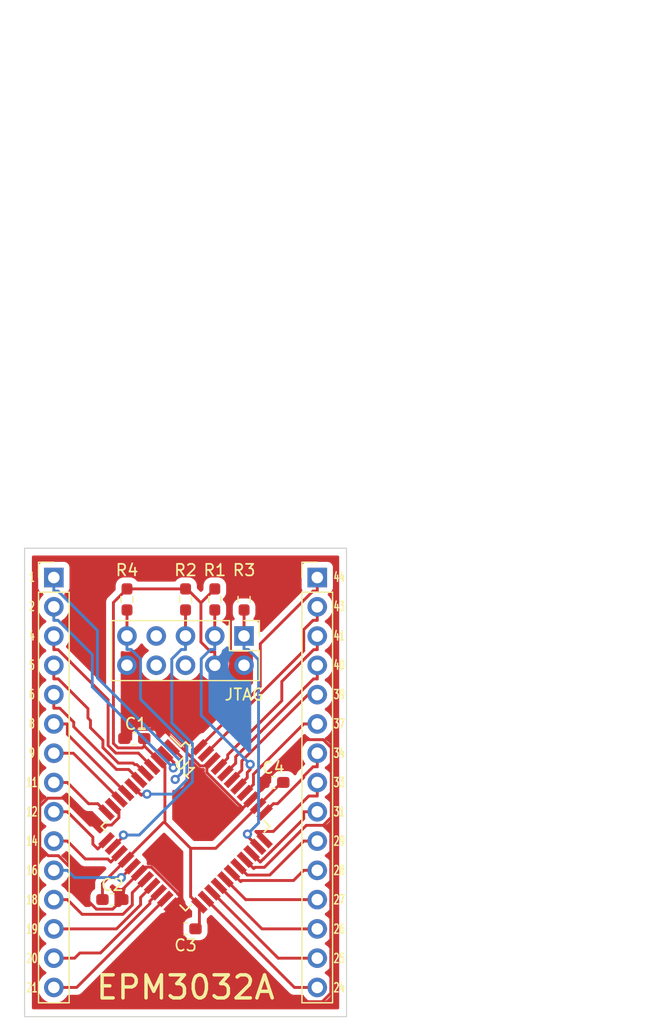
<source format=kicad_pcb>
(kicad_pcb (version 20211014) (generator pcbnew)
  (layers (0 "F.Cu" signal) (31 "B.Cu" signal) (34 "B.Paste" user) (35 "F.Paste" user) (36 "B.SilkS" user "B.Silkscreen") (37 "F.SilkS" user "F.Silkscreen") (38 "B.Mask" user) (39 "F.Mask" user) (44 "Edge.Cuts" user))
  (net 0 "")
  (net 1 "VCC")
  (net 2 "GND")
  (net 3 "/TCK")
  (net 4 "/TDO")
  (net 5 "/TMS")
  (net 9 "/TDI")
  (net 10 "/P1")
  (net 11 "/P2")
  (net 12 "/P4")
  (net 13 "/P5")
  (net 14 "/P6")
  (net 15 "/P8")
  (net 16 "/P9")
  (net 17 "/P11")
  (net 18 "/P12")
  (net 19 "/P14")
  (net 20 "/P16")
  (net 21 "/P18")
  (net 22 "/P19")
  (net 23 "/P20")
  (net 24 "/P21")
  (net 25 "/P44")
  (net 26 "/P43")
  (net 27 "/P41")
  (net 28 "/P40")
  (net 29 "/P39")
  (net 30 "/P37")
  (net 31 "/P34")
  (net 32 "/P33")
  (net 33 "/P31")
  (net 34 "/P29")
  (net 35 "/P28")
  (net 36 "/P27")
  (net 37 "/P26")
  (net 38 "/P25")
  (net 39 "/P24")
  (footprint "Capacitor_SMD:C_0603_1608Metric_Pad1.08x0.95mm_HandSolder" (layer "F.Cu") (at 119.38 104.14 180)
    (fp_text reference "C3" (at 0 -1.43) (layer "F.SilkS"))
    (fp_text value "0.1u")
    (fp_line (start -0.146267 0.51) (end 0.146267 0.51) (layer "F.SilkS") (width 0.12))
    (fp_line (start -0.146267 -0.51) (end 0.146267 -0.51) (layer "F.SilkS") (width 0.12))
    (pad "1" smd roundrect (at -0.8625 0 180) (size 1.075 0.95) (layers "F.Cu" "F.Paste" "F.Mask") (net 1 "VCC"))
    (pad "2" smd roundrect (at 0.8625 0 180) (size 1.075 0.95) (layers "F.Cu" "F.Paste" "F.Mask") (net 2 "GND"))
  )
  (footprint "Connector_PinHeader_2.54mm:PinHeader_2x05_P2.54mm_Vertical" (layer "F.Cu") (at 124.455 78.735 -90)
    (fp_text reference "J1" hide)
    (fp_text value "JTAG")
    (fp_line (start -1.33 0) (end -1.33 -1.33) (layer "F.SilkS") (width 0.12))
    (fp_line (start 1.27 -1.33) (end 3.87 -1.33) (layer "F.SilkS") (width 0.12))
    (fp_line (start -1.33 1.27) (end 1.27 1.27) (layer "F.SilkS") (width 0.12))
    (fp_line (start 1.27 1.27) (end 1.27 -1.33) (layer "F.SilkS") (width 0.12))
    (fp_line (start -1.33 11.49) (end 3.87 11.49) (layer "F.SilkS") (width 0.12))
    (fp_line (start 3.87 -1.33) (end 3.87 11.49) (layer "F.SilkS") (width 0.12))
    (fp_line (start -1.33 -1.33) (end 0 -1.33) (layer "F.SilkS") (width 0.12))
    (fp_line (start -1.33 1.27) (end -1.33 11.49) (layer "F.SilkS") (width 0.12))
    (pad "1" thru_hole rect (at 0 0 270) (size 1.7 1.7) (drill 1) (layers *.Cu *.Mask) (net 3 "/TCK"))
    (pad "2" thru_hole oval (at 2.54 0 270) (size 1.7 1.7) (drill 1) (layers *.Cu *.Mask) (net 2 "GND"))
    (pad "3" thru_hole oval (at 0 2.54 270) (size 1.7 1.7) (drill 1) (layers *.Cu *.Mask) (net 4 "/TDO"))
    (pad "4" thru_hole oval (at 2.54 2.54 270) (size 1.7 1.7) (drill 1) (layers *.Cu *.Mask) (net 1 "VCC"))
    (pad "5" thru_hole oval (at 0 5.08 270) (size 1.7 1.7) (drill 1) (layers *.Cu *.Mask) (net 5 "/TMS"))
    (pad "6" thru_hole oval (at 2.54 5.08 270) (size 1.7 1.7) (drill 1) (layers *.Cu *.Mask))
    (pad "7" thru_hole oval (at 0 7.62 270) (size 1.7 1.7) (drill 1) (layers *.Cu *.Mask))
    (pad "8" thru_hole oval (at 2.54 7.62 270) (size 1.7 1.7) (drill 1) (layers *.Cu *.Mask))
    (pad "9" thru_hole oval (at 0 10.16 270) (size 1.7 1.7) (drill 1) (layers *.Cu *.Mask) (net 9 "/TDI"))
    (pad "10" thru_hole oval (at 2.54 10.16 270) (size 1.7 1.7) (drill 1) (layers *.Cu *.Mask) (net 2 "GND"))
  )
  (footprint "Capacitor_SMD:C_0603_1608Metric_Pad1.08x0.95mm_HandSolder" (layer "F.Cu") (at 127 91.44 180)
    (fp_text reference "C4" (at 0 1.27) (layer "F.SilkS"))
    (fp_text value "0.1u")
    (fp_line (start -0.146267 0.51) (end 0.146267 0.51) (layer "F.SilkS") (width 0.12))
    (fp_line (start -0.146267 -0.51) (end 0.146267 -0.51) (layer "F.SilkS") (width 0.12))
    (pad "1" smd roundrect (at -0.8625 0 180) (size 1.075 0.95) (layers "F.Cu" "F.Paste" "F.Mask") (net 1 "VCC"))
    (pad "2" smd roundrect (at 0.8625 0 180) (size 1.075 0.95) (layers "F.Cu" "F.Paste" "F.Mask") (net 2 "GND"))
  )
  (footprint "Resistor_SMD:R_0603_1608Metric_Pad0.98x0.95mm_HandSolder" (layer "F.Cu") (at 119.38 75.565 90)
    (fp_text reference "R2" (at 2.54 0 180) (layer "F.SilkS"))
    (fp_text value "1K")
    (fp_line (start -0.254724 -0.5225) (end 0.254724 -0.5225) (layer "F.SilkS") (width 0.12))
    (fp_line (start -0.254724 0.5225) (end 0.254724 0.5225) (layer "F.SilkS") (width 0.12))
    (pad "1" smd roundrect (at -0.9125 0 90) (size 0.975 0.95) (layers "F.Cu" "F.Paste" "F.Mask") (net 5 "/TMS"))
    (pad "2" smd roundrect (at 0.9125 0 90) (size 0.975 0.95) (layers "F.Cu" "F.Paste" "F.Mask") (net 1 "VCC"))
  )
  (footprint "Connector_PinHeader_2.54mm:PinHeader_1x15_P2.54mm_Vertical" (layer "F.Cu") (at 107.95 73.665)
    (fp_text reference "J2" hide)
    (fp_text value "Conn_01x15")
    (fp_line (start -1.33 1.27) (end -1.33 36.89) (layer "F.SilkS") (width 0.12))
    (fp_line (start 1.33 1.27) (end 1.33 36.89) (layer "F.SilkS") (width 0.12))
    (fp_line (start -1.33 -1.33) (end 0 -1.33) (layer "F.SilkS") (width 0.12))
    (fp_line (start -1.33 1.27) (end 1.33 1.27) (layer "F.SilkS") (width 0.12))
    (fp_line (start -1.33 36.89) (end 1.33 36.89) (layer "F.SilkS") (width 0.12))
    (fp_line (start -1.33 0) (end -1.33 -1.33) (layer "F.SilkS") (width 0.12))
    (pad "1" thru_hole rect (at 0 0) (size 1.7 1.7) (drill 1) (layers *.Cu *.Mask) (net 10 "/P1"))
    (pad "2" thru_hole oval (at 0 2.54) (size 1.7 1.7) (drill 1) (layers *.Cu *.Mask) (net 11 "/P2"))
    (pad "3" thru_hole oval (at 0 5.08) (size 1.7 1.7) (drill 1) (layers *.Cu *.Mask) (net 12 "/P4"))
    (pad "4" thru_hole oval (at 0 7.62) (size 1.7 1.7) (drill 1) (layers *.Cu *.Mask) (net 13 "/P5"))
    (pad "5" thru_hole oval (at 0 10.16) (size 1.7 1.7) (drill 1) (layers *.Cu *.Mask) (net 14 "/P6"))
    (pad "6" thru_hole oval (at 0 12.7) (size 1.7 1.7) (drill 1) (layers *.Cu *.Mask) (net 15 "/P8"))
    (pad "7" thru_hole oval (at 0 15.24) (size 1.7 1.7) (drill 1) (layers *.Cu *.Mask) (net 16 "/P9"))
    (pad "8" thru_hole oval (at 0 17.78) (size 1.7 1.7) (drill 1) (layers *.Cu *.Mask) (net 17 "/P11"))
    (pad "9" thru_hole oval (at 0 20.32) (size 1.7 1.7) (drill 1) (layers *.Cu *.Mask) (net 18 "/P12"))
    (pad "10" thru_hole oval (at 0 22.86) (size 1.7 1.7) (drill 1) (layers *.Cu *.Mask) (net 19 "/P14"))
    (pad "11" thru_hole oval (at 0 25.4) (size 1.7 1.7) (drill 1) (layers *.Cu *.Mask) (net 20 "/P16"))
    (pad "12" thru_hole oval (at 0 27.94) (size 1.7 1.7) (drill 1) (layers *.Cu *.Mask) (net 21 "/P18"))
    (pad "13" thru_hole oval (at 0 30.48) (size 1.7 1.7) (drill 1) (layers *.Cu *.Mask) (net 22 "/P19"))
    (pad "14" thru_hole oval (at 0 33.02) (size 1.7 1.7) (drill 1) (layers *.Cu *.Mask) (net 23 "/P20"))
    (pad "15" thru_hole oval (at 0 35.56) (size 1.7 1.7) (drill 1) (layers *.Cu *.Mask) (net 24 "/P21"))
  )
  (footprint "Capacitor_SMD:C_0603_1608Metric_Pad1.08x0.95mm_HandSolder" (layer "F.Cu") (at 113.03 101.6)
    (fp_text reference "C2" (at 0 -1.27) (layer "F.SilkS"))
    (fp_text value "0.1u")
    (fp_line (start -0.146267 -0.51) (end 0.146267 -0.51) (layer "F.SilkS") (width 0.12))
    (fp_line (start -0.146267 0.51) (end 0.146267 0.51) (layer "F.SilkS") (width 0.12))
    (pad "1" smd roundrect (at -0.8625 0) (size 1.075 0.95) (layers "F.Cu" "F.Paste" "F.Mask") (net 1 "VCC"))
    (pad "2" smd roundrect (at 0.8625 0) (size 1.075 0.95) (layers "F.Cu" "F.Paste" "F.Mask") (net 2 "GND"))
  )
  (footprint "Connector_PinHeader_2.54mm:PinHeader_1x15_P2.54mm_Vertical" (layer "F.Cu") (at 130.81 73.665)
    (fp_text reference "J3" hide)
    (fp_text value "Conn_01x15")
    (fp_line (start -1.33 0) (end -1.33 -1.33) (layer "F.SilkS") (width 0.12))
    (fp_line (start -1.33 1.27) (end 1.33 1.27) (layer "F.SilkS") (width 0.12))
    (fp_line (start -1.33 1.27) (end -1.33 36.89) (layer "F.SilkS") (width 0.12))
    (fp_line (start 1.33 1.27) (end 1.33 36.89) (layer "F.SilkS") (width 0.12))
    (fp_line (start -1.33 -1.33) (end 0 -1.33) (layer "F.SilkS") (width 0.12))
    (fp_line (start -1.33 36.89) (end 1.33 36.89) (layer "F.SilkS") (width 0.12))
    (pad "1" thru_hole rect (at 0 0) (size 1.7 1.7) (drill 1) (layers *.Cu *.Mask) (net 25 "/P44"))
    (pad "2" thru_hole oval (at 0 2.54) (size 1.7 1.7) (drill 1) (layers *.Cu *.Mask) (net 26 "/P43"))
    (pad "3" thru_hole oval (at 0 5.08) (size 1.7 1.7) (drill 1) (layers *.Cu *.Mask) (net 27 "/P41"))
    (pad "4" thru_hole oval (at 0 7.62) (size 1.7 1.7) (drill 1) (layers *.Cu *.Mask) (net 28 "/P40"))
    (pad "5" thru_hole oval (at 0 10.16) (size 1.7 1.7) (drill 1) (layers *.Cu *.Mask) (net 29 "/P39"))
    (pad "6" thru_hole oval (at 0 12.7) (size 1.7 1.7) (drill 1) (layers *.Cu *.Mask) (net 30 "/P37"))
    (pad "7" thru_hole oval (at 0 15.24) (size 1.7 1.7) (drill 1) (layers *.Cu *.Mask) (net 31 "/P34"))
    (pad "8" thru_hole oval (at 0 17.78) (size 1.7 1.7) (drill 1) (layers *.Cu *.Mask) (net 32 "/P33"))
    (pad "9" thru_hole oval (at 0 20.32) (size 1.7 1.7) (drill 1) (layers *.Cu *.Mask) (net 33 "/P31"))
    (pad "10" thru_hole oval (at 0 22.86) (size 1.7 1.7) (drill 1) (layers *.Cu *.Mask) (net 34 "/P29"))
    (pad "11" thru_hole oval (at 0 25.4) (size 1.7 1.7) (drill 1) (layers *.Cu *.Mask) (net 35 "/P28"))
    (pad "12" thru_hole oval (at 0 27.94) (size 1.7 1.7) (drill 1) (layers *.Cu *.Mask) (net 36 "/P27"))
    (pad "13" thru_hole oval (at 0 30.48) (size 1.7 1.7) (drill 1) (layers *.Cu *.Mask) (net 37 "/P26"))
    (pad "14" thru_hole oval (at 0 33.02) (size 1.7 1.7) (drill 1) (layers *.Cu *.Mask) (net 38 "/P25"))
    (pad "15" thru_hole oval (at 0 35.56) (size 1.7 1.7) (drill 1) (layers *.Cu *.Mask) (net 39 "/P24"))
  )
  (footprint "Resistor_SMD:R_0603_1608Metric_Pad0.98x0.95mm_HandSolder" (layer "F.Cu") (at 114.3 75.565 90)
    (fp_text reference "R4" (at 2.54 0 180) (layer "F.SilkS"))
    (fp_text value "1K")
    (fp_line (start -0.254724 0.5225) (end 0.254724 0.5225) (layer "F.SilkS") (width 0.12))
    (fp_line (start -0.254724 -0.5225) (end 0.254724 -0.5225) (layer "F.SilkS") (width 0.12))
    (pad "1" smd roundrect (at -0.9125 0 90) (size 0.975 0.95) (layers "F.Cu" "F.Paste" "F.Mask") (net 9 "/TDI"))
    (pad "2" smd roundrect (at 0.9125 0 90) (size 0.975 0.95) (layers "F.Cu" "F.Paste" "F.Mask") (net 1 "VCC"))
  )
  (footprint "Resistor_SMD:R_0603_1608Metric_Pad0.98x0.95mm_HandSolder" (layer "F.Cu") (at 124.46 75.565 -90)
    (fp_text reference "R3" (at -2.54 0 180) (layer "F.SilkS"))
    (fp_text value "1K")
    (fp_line (start -0.254724 0.5225) (end 0.254724 0.5225) (layer "F.SilkS") (width 0.12))
    (fp_line (start -0.254724 -0.5225) (end 0.254724 -0.5225) (layer "F.SilkS") (width 0.12))
    (pad "1" smd roundrect (at -0.9125 0 270) (size 0.975 0.95) (layers "F.Cu" "F.Paste" "F.Mask") (net 2 "GND"))
    (pad "2" smd roundrect (at 0.9125 0 270) (size 0.975 0.95) (layers "F.Cu" "F.Paste" "F.Mask") (net 3 "/TCK"))
  )
  (footprint "Capacitor_SMD:C_0603_1608Metric_Pad1.08x0.95mm_HandSolder" (layer "F.Cu") (at 114.935 87.63 180)
    (fp_text reference "C1" (at -0.146267 1.27) (layer "F.SilkS"))
    (fp_text value "0.1u")
    (fp_line (start -0.146267 0.51) (end 0.146267 0.51) (layer "F.SilkS") (width 0.12))
    (fp_line (start -0.146267 -0.51) (end 0.146267 -0.51) (layer "F.SilkS") (width 0.12))
    (pad "1" smd roundrect (at -0.8625 0 180) (size 1.075 0.95) (layers "F.Cu" "F.Paste" "F.Mask") (net 1 "VCC"))
    (pad "2" smd roundrect (at 0.8625 0 180) (size 1.075 0.95) (layers "F.Cu" "F.Paste" "F.Mask") (net 2 "GND"))
  )
  (footprint "Resistor_SMD:R_0603_1608Metric_Pad0.98x0.95mm_HandSolder" (layer "F.Cu") (at 121.92 75.565 90)
    (fp_text reference "R1" (at 2.54 0 180) (layer "F.SilkS"))
    (fp_text value "1K")
    (fp_line (start -0.254724 0.5225) (end 0.254724 0.5225) (layer "F.SilkS") (width 0.12))
    (fp_line (start -0.254724 -0.5225) (end 0.254724 -0.5225) (layer "F.SilkS") (width 0.12))
    (pad "1" smd roundrect (at -0.9125 0 90) (size 0.975 0.95) (layers "F.Cu" "F.Paste" "F.Mask") (net 4 "/TDO"))
    (pad "2" smd roundrect (at 0.9125 0 90) (size 0.975 0.95) (layers "F.Cu" "F.Paste" "F.Mask") (net 1 "VCC"))
  )
  (footprint "Package_QFP:TQFP-44_10x10mm_P0.8mm" (layer "F.Cu") (at 119.38 95.25 -45)
    (fp_text reference "U1" (at -3.592102 -3.592102 -45 unlocked) (layer "F.SilkS"))
    (fp_text value "EPM3032A")
    (fp_line (start 5.175 -5.175) (end 4.5 -5.175) (layer "F.SilkS") (width 0.15))
    (fp_line (start -5.175 5.175) (end -4.5 5.175) (layer "F.SilkS") (width 0.15))
    (fp_line (start -5.175 -5.175) (end -4.5 -5.175) (layer "F.SilkS") (width 0.15))
    (fp_line (start 5.175 5.175) (end 4.5 5.175) (layer "F.SilkS") (width 0.15))
    (fp_line (start -5.175 -4.6) (end -6.45 -4.6) (layer "F.SilkS") (width 0.15))
    (fp_line (start -5.175 5.175) (end -5.175 4.5) (layer "F.SilkS") (width 0.15))
    (fp_line (start 5.175 -5.175) (end 5.175 -4.5) (layer "F.SilkS") (width 0.15))
    (fp_line (start 5.175 5.175) (end 5.175 4.5) (layer "F.SilkS") (width 0.15))
    (fp_line (start -5.175 -5.175) (end -5.175 -4.6) (layer "F.SilkS") (width 0.15))
    (pad "1" smd rect (at -5.7 -4 315) (size 1.5 0.55) (layers "F.Cu" "F.Paste" "F.Mask") (net 10 "/P1"))
    (pad "2" smd rect (at -5.7 -3.2 315) (size 1.5 0.55) (layers "F.Cu" "F.Paste" "F.Mask") (net 11 "/P2"))
    (pad "3" smd rect (at -5.7 -2.4 315) (size 1.5 0.55) (layers "F.Cu" "F.Paste" "F.Mask") (net 1 "VCC"))
    (pad "4" smd rect (at -5.7 -1.6 315) (size 1.5 0.55) (layers "F.Cu" "F.Paste" "F.Mask") (net 12 "/P4"))
    (pad "5" smd rect (at -5.7 -0.8 315) (size 1.5 0.55) (layers "F.Cu" "F.Paste" "F.Mask") (net 13 "/P5"))
    (pad "6" smd rect (at -5.7 0 315) (size 1.5 0.55) (layers "F.Cu" "F.Paste" "F.Mask") (net 14 "/P6"))
    (pad "7" smd rect (at -5.7 0.8 315) (size 1.5 0.55) (layers "F.Cu" "F.Paste" "F.Mask") (net 9 "/TDI"))
    (pad "8" smd rect (at -5.7 1.6 315) (size 1.5 0.55) (layers "F.Cu" "F.Paste" "F.Mask") (net 15 "/P8"))
    (pad "9" smd rect (at -5.7 2.4 315) (size 1.5 0.55) (layers "F.Cu" "F.Paste" "F.Mask") (net 16 "/P9"))
    (pad "10" smd rect (at -5.7 3.2 315) (size 1.5 0.55) (layers "F.Cu" "F.Paste" "F.Mask") (net 2 "GND"))
    (pad "11" smd rect (at -5.7 4 315) (size 1.5 0.55) (layers "F.Cu" "F.Paste" "F.Mask") (net 17 "/P11"))
    (pad "12" smd rect (at -4 5.7 45) (size 1.5 0.55) (layers "F.Cu" "F.Paste" "F.Mask") (net 18 "/P12"))
    (pad "13" smd rect (at -3.2 5.7 45) (size 1.5 0.55) (layers "F.Cu" "F.Paste" "F.Mask") (net 5 "/TMS"))
    (pad "14" smd rect (at -2.4 5.7 45) (size 1.5 0.55) (layers "F.Cu" "F.Paste" "F.Mask") (net 19 "/P14"))
    (pad "15" smd rect (at -1.6 5.7 45) (size 1.5 0.55) (layers "F.Cu" "F.Paste" "F.Mask") (net 1 "VCC"))
    (pad "16" smd rect (at -0.8 5.7 45) (size 1.5 0.55) (layers "F.Cu" "F.Paste" "F.Mask") (net 20 "/P16"))
    (pad "17" smd rect (at 0 5.7 45) (size 1.5 0.55) (layers "F.Cu" "F.Paste" "F.Mask") (net 2 "GND"))
    (pad "18" smd rect (at 0.8 5.7 45) (size 1.5 0.55) (layers "F.Cu" "F.Paste" "F.Mask") (net 21 "/P18"))
    (pad "19" smd rect (at 1.6 5.7 45) (size 1.5 0.55) (layers "F.Cu" "F.Paste" "F.Mask") (net 22 "/P19"))
    (pad "20" smd rect (at 2.4 5.7 45) (size 1.5 0.55) (layers "F.Cu" "F.Paste" "F.Mask") (net 23 "/P20"))
    (pad "21" smd rect (at 3.2 5.7 45) (size 1.5 0.55) (layers "F.Cu" "F.Paste" "F.Mask") (net 24 "/P21"))
    (pad "22" smd rect (at 4 5.7 45) (size 1.5 0.55) (layers "F.Cu" "F.Paste" "F.Mask") (net 2 "GND"))
    (pad "23" smd rect (at 5.7 4 315) (size 1.5 0.55) (layers "F.Cu" "F.Paste" "F.Mask") (net 1 "VCC"))
    (pad "24" smd rect (at 5.7 3.2 315) (size 1.5 0.55) (layers "F.Cu" "F.Paste" "F.Mask") (net 39 "/P24"))
    (pad "25" smd rect (at 5.7 2.4 315) (size 1.5 0.55) (layers "F.Cu" "F.Paste" "F.Mask") (net 38 "/P25"))
    (pad "26" smd rect (at 5.7 1.6 315) (size 1.5 0.55) (layers "F.Cu" "F.Paste" "F.Mask") (net 37 "/P26"))
    (pad "27" smd rect (at 5.7 0.8 315) (size 1.5 0.55) (layers "F.Cu" "F.Paste" "F.Mask") (net 36 "/P27"))
    (pad "28" smd rect (at 5.7 0 315) (size 1.5 0.55) (layers "F.Cu" "F.Paste" "F.Mask") (net 35 "/P28"))
    (pad "29" smd rect (at 5.7 -0.8 315) (size 1.5 0.55) (layers "F.Cu" "F.Paste" "F.Mask") (net 34 "/P29"))
    (pad "30" smd rect (at 5.7 -1.6 315) (size 1.5 0.55) (layers "F.Cu" "F.Paste" "F.Mask") (net 2 "GND"))
    (pad "31" smd rect (at 5.7 -2.4 315) (size 1.5 0.55) (layers "F.Cu" "F.Paste" "F.Mask") (net 33 "/P31"))
    (pad "32" smd rect (at 5.7 -3.2 315) (size 1.5 0.55) (layers "F.Cu" "F.Paste" "F.Mask") (net 3 "/TCK"))
    (pad "33" smd rect (at 5.7 -4 315) (size 1.5 0.55) (layers "F.Cu" "F.Paste" "F.Mask") (net 32 "/P33"))
    (pad "34" smd rect (at 4 -5.7 45) (size 1.5 0.55) (layers "F.Cu" "F.Paste" "F.Mask") (net 31 "/P34"))
    (pad "35" smd rect (at 3.2 -5.7 45) (size 1.5 0.55) (layers "F.Cu" "F.Paste" "F.Mask") (net 1 "VCC"))
    (pad "36" smd rect (at 2.4 -5.7 45) (size 1.5 0.55) (layers "F.Cu" "F.Paste" "F.Mask") (net 2 "GND"))
    (pad "37" smd rect (at 1.6 -5.7 45) (size 1.5 0.55) (layers "F.Cu" "F.Paste" "F.Mask") (net 30 "/P37"))
    (pad "38" smd rect (at 0.8 -5.7 45) (size 1.5 0.55) (layers "F.Cu" "F.Paste" "F.Mask") (net 4 "/TDO"))
    (pad "39" smd rect (at 0 -5.7 45) (size 1.5 0.55) (layers "F.Cu" "F.Paste" "F.Mask") (net 29 "/P39"))
    (pad "40" smd rect (at -0.8 -5.7 45) (size 1.5 0.55) (layers "F.Cu" "F.Paste" "F.Mask") (net 28 "/P40"))
    (pad "41" smd rect (at -1.6 -5.7 45) (size 1.5 0.55) (layers "F.Cu" "F.Paste" "F.Mask") (net 27 "/P41"))
    (pad "42" smd rect (at -2.4 -5.7 45) (size 1.5 0.55) (layers "F.Cu" "F.Paste" "F.Mask") (net 2 "GND"))
    (pad "43" smd rect (at -3.2 -5.7 45) (size 1.5 0.55) (layers "F.Cu" "F.Paste" "F.Mask") (net 26 "/P43"))
    (pad "44" smd rect (at -4 -5.7 45) (size 1.5 0.55) (layers "F.Cu" "F.Paste" "F.Mask") (net 25 "/P44"))
  )
  (gr_line (start 105.41 71.12) (end 133.35 71.12) (layer "Edge.Cuts") (width 0.1))
  (gr_line (start 105.41 111.76) (end 105.41 71.12) (layer "Edge.Cuts") (width 0.1))
  (gr_line (start 133.35 71.12) (end 133.35 111.76) (layer "Edge.Cuts") (width 0.1))
  (gr_line (start 133.35 111.76) (end 105.41 111.76) (layer "Edge.Cuts") (width 0.1))
  (gr_text "EPM3032A" (at 119.38 109.22) (layer "F.SilkS") (effects (font (size 2 2) (thickness 0.3))))
  (gr_text "JTAG" (at 124.46 83.82) (layer "F.SilkS") (effects (font (size 1 1))))
  (gr_text "44\n\n43\n\n41\n\n40\n\n39\n\n37\n\n34\n\n33\n\n31\n\n29\n\n28\n\n27\n\n26\n\n25\n\n24" (at 132.715 91.44) (layer "F.SilkS") (effects (font (size 0.79 0.5) (thickness 0.125))))
  (gr_text "1\n\n2\n\n4\n\n5\n\n6\n\n8\n\n9\n\n11\n\n12\n\n14\n\n16\n\n18\n\n19\n\n20\n\n21" (at 106.045 91.44) (layer "F.SilkS") (effects (font (size 0.79 0.5) (thickness 0.125))))
  (segment (start 115.7975 87.63) (end 115.798 87.63) (width 0.25) (layer "F.Cu") (net 1))
  (segment (start 120.5821 102.1089) (end 119.8218 101.3486) (width 0.25) (layer "F.Cu") (net 1))
  (segment (start 119.38 74.6525) (end 114.3 74.6525) (width 0.25) (layer "F.Cu") (net 1))
  (segment (start 115.798 88.2734) (end 117.047 89.5224) (width 0.25) (layer "F.Cu") (net 1))
  (segment (start 113.1196 75.8329) (end 114.3 74.6525) (width 0.25) (layer "F.Cu") (net 1))
  (segment (start 125.6732 93.4822) (end 125.6731 93.4821) (width 0.25) (layer "F.Cu") (net 1))
  (segment (start 120.5821 102.1173) (end 120.5821 102.1089) (width 0.25) (layer "F.Cu") (net 1))
  (segment (start 127.862 91.44) (end 127.8625 91.44) (width 0.25) (layer "F.Cu") (net 1))
  (segment (start 121.5477 80.0997) (end 120.7147 79.2667) (width 0.25) (layer "F.Cu") (net 1))
  (segment (start 117.047 89.5224) (end 117.0465 89.5224) (width 0.25) (layer "F.Cu") (net 1))
  (segment (start 122.0003 97.1549) (end 125.673 93.4822) (width 0.25) (layer "F.Cu") (net 1))
  (segment (start 120.582 103.8) (end 120.2423 104.1397) (width 0.25) (layer "F.Cu") (net 1))
  (segment (start 120.7147 75.8578) (end 121.92 74.6525) (width 0.25) (layer "F.Cu") (net 1))
  (segment (start 115.798 88.2734) (end 115.6262 88.4452) (width 0.25) (layer "F.Cu") (net 1))
  (segment (start 114.2181 98.1491) (end 114.9785 97.3887) (width 0.25) (layer "F.Cu") (net 1))
  (segment (start 120.2423 104.1398) (end 120.2423 104.1397) (width 0.25) (layer "F.Cu") (net 1))
  (segment (start 117.4436 94.9236) (end 117.5905 94.9236) (width 0.25) (layer "F.Cu") (net 1))
  (segment (start 120.2425 104.14) (end 120.2423 104.1398) (width 0.25) (layer "F.Cu") (net 1))
  (segment (start 112.168 101.6) (end 112.168 100.2) (width 0.25) (layer "F.Cu") (net 1))
  (segment (start 119.8218 97.1549) (end 119.8218 101.3486) (width 0.25) (layer "F.Cu") (net 1))
  (segment (start 120.2423 104.1397) (end 120.242 104.14) (width 0.25) (layer "F.Cu") (net 1))
  (segment (start 114.9785 97.3887) (end 117.4436 94.9236) (width 0.25) (layer "F.Cu") (net 1))
  (segment (start 113.5101 88.4452) (end 113.1196 88.0547) (width 0.25) (layer "F.Cu") (net 1))
  (segment (start 125.6733 93.4822) (end 125.6732 93.4822) (width 0.25) (layer "F.Cu") (net 1))
  (segment (start 115.6262 88.4452) (end 113.5101 88.4452) (width 0.25) (layer "F.Cu") (net 1))
  (segment (start 119.5094 74.6525) (end 119.38 74.6525) (width 0.25) (layer "F.Cu") (net 1))
  (segment (start 120.582 102.109) (end 120.582 102.1174) (width 0.25) (layer "F.Cu") (net 1))
  (segment (start 117.5905 94.9236) (end 119.8218 97.1549) (width 0.25) (layer "F.Cu") (net 1))
  (segment (start 115.798 87.63) (end 115.798 88.2734) (width 0.25) (layer "F.Cu") (net 1))
  (segment (start 127.715 91.44) (end 125.6731 93.4821) (width 0.25) (layer "F.Cu") (net 1))
  (segment (start 121.915 81.275) (end 121.915 80.0997) (width 0.25) (layer "F.Cu") (net 1))
  (segment (start 120.7147 75.8578) (end 119.5094 74.6525) (width 0.25) (layer "F.Cu") (net 1))
  (segment (start 119.8218 97.1549) (end 122.0003 97.1549) (width 0.25) (layer "F.Cu") (net 1))
  (segment (start 120.7147 79.2667) (end 120.7147 75.8578) (width 0.25) (layer "F.Cu") (net 1))
  (segment (start 127.862 91.44) (end 127.715 91.44) (width 0.25) (layer "F.Cu") (net 1))
  (segment (start 113.1196 88.0547) (end 113.1196 75.8329) (width 0.25) (layer "F.Cu") (net 1))
  (segment (start 121.915 80.0997) (end 121.5477 80.0997) (width 0.25) (layer "F.Cu") (net 1))
  (segment (start 117.5905 94.9236) (end 117.5905 90.0659) (width 0.25) (layer "F.Cu") (net 1))
  (segment (start 120.582 102.1174) (end 120.5821 102.1173) (width 0.25) (layer "F.Cu") (net 1))
  (segment (start 114.2181 98.1491) (end 114.218 98.1491) (width 0.25) (layer "F.Cu") (net 1))
  (segment (start 112.1675 101.6) (end 112.168 101.6) (width 0.25) (layer "F.Cu") (net 1))
  (segment (start 120.582 102.1174) (end 120.582 103.8) (width 0.25) (layer "F.Cu") (net 1))
  (segment (start 125.6731 93.4821) (end 125.673 93.4822) (width 0.25) (layer "F.Cu") (net 1))
  (segment (start 117.5905 90.0659) (end 117.047 89.5224) (width 0.25) (layer "F.Cu") (net 1))
  (segment (start 112.168 100.2) (end 114.218 98.1491) (width 0.25) (layer "F.Cu") (net 1))
  (segment (start 121.7135 89.5224) (end 121.713 89.5224) (width 0.25) (layer "F.Cu") (net 2))
  (segment (start 113.0867 93.4822) (end 113.5965 93.992) (width 0.25) (layer "F.Cu") (net 2))
  (segment (start 126.2189 98.8058) (end 125.4059 98.8058) (width 0.25) (layer "F.Cu") (net 2))
  (segment (start 131.2427 110.4617) (end 124.8397 110.4617) (width 0.25) (layer "F.Cu") (net 2))
  (segment (start 116.4085 98.7825) (end 118.6878 101.0618) (width 0.25) (layer "F.Cu") (net 2))
  (segment (start 121.2291 90.0065) (end 121.229 90.0065) (width 0.25) (layer "F.Cu") (net 2))
  (segment (start 118.178 103.8) (end 118.518 104.14) (width 0.25) (layer "F.Cu") (net 2))
  (segment (start 113.8925 101.5971) (end 113.8925 101.6) (width 0.25) (layer "F.Cu") (net 2))
  (segment (start 125.108 92.9165) (end 125.1076 92.9165) (width 0.25) (layer "F.Cu") (net 2))
  (segment (start 125.4059 98.8058) (end 125.3023 98.9094) (width 0.25) (layer "F.Cu") (net 2))
  (segment (start 118.1779 102.1089) (end 118.9383 101.3485) (width 0.25) (layer "F.Cu") (net 2))
  (segment (start 115.8475 98.7825) (end 116.4085 98.7825) (width 0.25) (layer "F.Cu") (net 2))
  (segment (start 113.892 101.5966) (end 113.8925 101.5971) (width 0.25) (layer "F.Cu") (net 2))
  (segment (start 132.0239 94.4675) (end 131.331 95.1604) (width 0.25) (layer "F.Cu") (net 2))
  (segment (start 124.5419 98.1491) (end 125.3023 98.9094) (width 0.25) (layer "F.Cu") (net 2))
  (segment (start 118.178 102.1428) (end 118.178 103.8) (width 0.25) (layer "F.Cu") (net 2))
  (segment (start 131.3287 87.7288) (end 132.0239 88.424) (width 0.25) (layer "F.Cu") (net 2))
  (segment (start 121.229 90.0065) (end 121.713 89.5224) (width 0.25) (layer "F.Cu") (net 2))
  (segment (start 119.38 87.4396) (end 123.2547 83.5649) (width 0.25) (layer "F.Cu") (net 2))
  (segment (start 124.086 93.4156) (end 124.0576 93.4156) (width 0.25) (layer "F.Cu") (net 2))
  (segment (start 126.138 91.4605) (end 126.1375 91.46) (width 0.25) (layer "F.Cu") (net 2))
  (segment (start 126.1375 91.46) (end 126.1375 91.44) (width 0.25) (layer "F.Cu") (net 2))
  (segment (start 113.892 101.6) (end 113.892 101.5966) (width 0.25) (layer "F.Cu") (net 2))
  (segment (start 118.6878 101.0618) (end 118.6878 101.0981) (width 0.25) (layer "F.Cu") (net 2))
  (segment (start 131.331 95.1604) (end 129.8643 95.1604) (width 0.25) (layer "F.Cu") (net 2))
  (segment (start 113.892 101.5966) (end 113.892 101.5932) (width 0.25) (layer "F.Cu") (net 2))
  (segment (start 124.455 81.275) (end 123.2797 81.275) (width 0.25) (layer "F.Cu") (net 2))
  (segment (start 112.9515 95.1392) (end 111.1062 95.1392) (width 0.25) (layer "F.Cu") (net 2))
  (segment (start 118.1779 102.1427) (end 118.1779 102.1089) (width 0.25) (layer "F.Cu") (net 2))
  (segment (start 110.1217 100.9101) (end 111.6415 102.4299) (width 0.25) (layer "F.Cu") (net 2))
  (segment (start 126.138 91.4605) (end 126.138 91.481) (width 0.25) (layer "F.Cu") (net 2))
  (segment (start 114.0725 87.6295) (end 114.76 86.942) (width 0.25) (layer "F.Cu") (net 2))
  (segment (start 124.8397 110.4617) (end 118.518 104.14) (width 0.25) (layer "F.Cu") (net 2))
  (segment (start 113.892 100.738) (end 115.349 99.2805) (width 0.25) (layer "F.Cu") (net 2))
  (segment (start 126.138 91.481) (end 129.8902 87.7288) (width 0.25) (layer "F.Cu") (net 2))
  (segment (start 126.138 91.481) (end 126.138 91.8866) (width 0.25) (layer "F.Cu") (net 2))
  (segment (start 123.2797 75.8328) (end 124.46 74.6525) (width 0.25) (layer "F.Cu") (net 2))
  (segment (start 125.1076 92.9165) (end 124.3473 93.6768) (width 0.25) (layer "F.Cu") (net 2))
  (segment (start 108.3442 97.795) (end 110.1217 99.5725) (width 0.25) (layer "F.Cu") (net 2))
  (segment (start 115.3495 99.2805) (end 115.6899 98.9401) (width 0.25) (layer "F.Cu") (net 2))
  (segment (start 131.9854 109.719) (end 131.2427 110.4617) (width 0.25) (layer "F.Cu") (net 2))
  (segment (start 114.0725 87.6295) (end 114.0725 87.63) (width 0.25) (layer "F.Cu") (net 2))
  (segment (start 111.6415 102.4299) (end 113.0553 102.4299) (width 0.25) (layer "F.Cu") (net 2))
  (segment (start 123.2797 81.275) (end 123.2797 75.8328) (width 0.25) (layer "F.Cu") (net 2))
  (segment (start 123.2547 81.3) (end 123.2797 81.275) (width 0.25) (layer "F.Cu") (net 2))
  (segment (start 123.2547 83.5649) (end 123.2547 81.3) (width 0.25) (layer "F.Cu") (net 2))
  (segment (start 118.518 104.14) (end 118.5175 104.14) (width 0.25) (layer "F.Cu") (net 2))
  (segment (start 114.295 81.275) (end 114.295 82.4503) (width 0.25) (layer "F.Cu") (net 2))
  (segment (start 113.892 101.5932) (end 113.892 100.738) (width 0.25) (layer "F.Cu") (net 2))
  (segment (start 118.178 102.1428) (end 118.1779 102.1427) (width 0.25) (layer "F.Cu") (net 2))
  (segment (start 119.38 88.7447) (end 119.38 87.4396) (width 0.25) (layer "F.Cu") (net 2))
  (segment (start 115.6899 98.9401) (end 115.8475 98.7825) (width 0.25) (layer "F.Cu") (net 2))
  (segment (start 110.1217 99.5725) (end 110.1217 100.9101) (width 0.25) (layer "F.Cu") (net 2))
  (segment (start 118.178 102.109) (end 118.178 102.1428) (width 0.25) (layer "F.Cu") (net 2))
  (segment (start 115.6894 98.9401) (end 115.6899 98.9401) (width 0.25) (layer "F.Cu") (net 2))
  (segment (start 132.0239 88.424) (end 132.0239 94.4675) (width 0.25) (layer "F.Cu") (net 2))
  (segment (start 124.0576 93.4156) (end 121.2291 90.5871) (width 0.25) (layer "F.Cu") (net 2))
  (segment (start 129.8643 95.1604) (end 126.2189 98.8058) (width 0.25) (layer "F.Cu") (net 2))
  (segment (start 106.7291 97.0629) (end 107.4612 97.795) (width 0.25) (layer "F.Cu") (net 2))
  (segment (start 129.8902 87.7288) (end 131.3287 87.7288) (width 0.25) (layer "F.Cu") (net 2))
  (segment (start 119.38 88.7447) (end 120.642 90.0065) (width 0.25) (layer "F.Cu") (net 2))
  (segment (start 117.465 86.83) (end 119.38 88.7447) (width 0.25) (layer "F.Cu") (net 2))
  (segment (start 107.4326 92.806) (end 106.7291 93.5095) (width 0.25) (layer "F.Cu") (net 2))
  (segment (start 131.331 95.1604) (end 131.9854 95.8148) (width 0.25) (layer "F.Cu") (net 2))
  (segment (start 106.7291 93.5095) (end 106.7291 97.0629) (width 0.25) (layer "F.Cu") (net 2))
  (segment (start 114.76 86.942) (end 114.872 86.83) (width 0.25) (layer "F.Cu") (net 2))
  (segment (start 108.773 92.806) (end 107.4326 92.806) (width 0.25) (layer "F.Cu") (net 2))
  (segment (start 111.1062 95.1392) (end 108.773 92.806) (width 0.25) (layer "F.Cu") (net 2))
  (segment (start 121.2291 90.5871) (end 121.2291 90.0065) (width 0.25) (layer "F.Cu") (net 2))
  (segment (start 118.6878 101.0981) (end 118.9383 101.3485) (width 0.25) (layer "F.Cu") (net 2))
  (segment (start 114.76 86.942) (end 114.76 82.9153) (width 0.25) (layer "F.Cu") (net 2))
  (segment (start 114.872 86.83) (end 117.465 86.83) (width 0.25) (layer "F.Cu") (net 2))
  (segment (start 131.9854 95.8148) (end 131.9854 109.719) (width 0.25) (layer "F.Cu") (net 2))
  (segment (start 126.138 91.8866) (end 125.108 92.9165) (width 0.25) (layer "F.Cu") (net 2))
  (segment (start 124.3473 93.6768) (end 124.086 93.4156) (width 0.25) (layer "F.Cu") (net 2))
  (segment (start 114.76 82.9153) (end 114.295 82.4503) (width 0.25) (layer "F.Cu") (net 2))
  (segment (start 113.5965 93.992) (end 113.5965 94.4942) (width 0.25) (layer "F.Cu") (net 2))
  (segment (start 113.5965 94.4942) (end 112.9515 95.1392) (width 0.25) (layer "F.Cu") (net 2))
  (segment (start 114.072 87.63) (end 114.0725 87.6295) (width 0.25) (layer "F.Cu") (net 2))
  (segment (start 115.349 99.2805) (end 115.6894 98.9401) (width 0.25) (layer "F.Cu") (net 2))
  (segment (start 126.138 91.44) (end 126.138 91.4605) (width 0.25) (layer "F.Cu") (net 2))
  (segment (start 113.0553 102.4299) (end 113.892 101.5932) (width 0.25) (layer "F.Cu") (net 2))
  (segment (start 120.642 90.0065) (end 121.229 90.0065) (width 0.25) (layer "F.Cu") (net 2))
  (segment (start 107.4612 97.795) (end 108.3442 97.795) (width 0.25) (layer "F.Cu") (net 2))
  (segment (start 124.455 78.735) (end 124.455 77.5597) (width 0.25) (layer "F.Cu") (net 3))
  (segment (start 124.913 96.0806) (end 124.913 96.2574) (width 0.25) (layer "F.Cu") (net 3))
  (segment (start 124.455 77.5597) (end 124.46 77.5547) (width 0.25) (layer "F.Cu") (net 3))
  (segment (start 125.6733 97.0178) (end 124.913 96.2574) (width 0.25) (layer "F.Cu") (net 3))
  (segment (start 124.7529 95.9205) (end 124.913 96.0806) (width 0.25) (layer "F.Cu") (net 3))
  (segment (start 124.46 77.5547) (end 124.46 76.4775) (width 0.25) (layer "F.Cu") (net 3))
  (via (at 124.7529 95.9205) (size 0.8) (drill 0.4) (layers "F.Cu" "B.Cu") (net 3))
  (segment (start 124.8223 79.9103) (end 125.7153 80.8033) (width 0.25) (layer "B.Cu") (net 3))
  (segment (start 125.7153 80.8033) (end 125.7153 94.9581) (width 0.25) (layer "B.Cu") (net 3))
  (segment (start 124.455 79.9103) (end 124.8223 79.9103) (width 0.25) (layer "B.Cu") (net 3))
  (segment (start 125.7153 94.9581) (end 124.7529 95.9205) (width 0.25) (layer "B.Cu") (net 3))
  (segment (start 124.455 78.735) (end 124.455 79.9103) (width 0.25) (layer "B.Cu") (net 3))
  (segment (start 124.7366 91.0248) (end 124.7365 91.0248) (width 0.25) (layer "F.Cu") (net 4))
  (segment (start 121.915 78.735) (end 121.915 77.5597) (width 0.25) (layer "F.Cu") (net 4))
  (segment (start 124.9899 90.325) (end 124.9899 89.8747) (width 0.25) (layer "F.Cu") (net 4))
  (segment (start 121.92 77.5547) (end 121.92 76.4775) (width 0.25) (layer "F.Cu") (net 4))
  (segment (start 124.7365 90.5784) (end 124.9899 90.325) (width 0.25) (layer "F.Cu") (net 4))
  (segment (start 123.9762 91.7852) (end 124.7366 91.0248) (width 0.25) (layer "F.Cu") (net 4))
  (segment (start 124.7365 91.0248) (end 124.7365 90.5784) (width 0.25) (layer "F.Cu") (net 4))
  (segment (start 121.915 77.5597) (end 121.92 77.5547) (width 0.25) (layer "F.Cu") (net 4))
  (via (at 124.9899 89.8747) (size 0.8) (drill 0.4) (layers "F.Cu" "B.Cu") (net 4))
  (segment (start 120.7397 85.6245) (end 124.9899 89.8747) (width 0.25) (layer "B.Cu") (net 4))
  (segment (start 121.5476 79.9103) (end 120.7397 80.7182) (width 0.25) (layer "B.Cu") (net 4))
  (segment (start 121.915 79.9103) (end 121.5476 79.9103) (width 0.25) (layer "B.Cu") (net 4))
  (segment (start 120.7397 80.7182) (end 120.7397 85.6245) (width 0.25) (layer "B.Cu") (net 4))
  (segment (start 121.915 78.735) (end 121.915 79.9103) (width 0.25) (layer "B.Cu") (net 4))
  (segment (start 119.375 78.735) (end 119.375 77.5597) (width 0.25) (layer "F.Cu") (net 5))
  (segment (start 113.847 96.1428) (end 113.847 96.2574) (width 0.25) (layer "F.Cu") (net 5))
  (segment (start 119.375 77.5597) (end 119.38 77.5547) (width 0.25) (layer "F.Cu") (net 5))
  (segment (start 113.847 96.2574) (end 113.8471 96.2574) (width 0.25) (layer "F.Cu") (net 5))
  (segment (start 113.0867 97.0178) (end 113.8471 96.2574) (width 0.25) (layer "F.Cu") (net 5))
  (segment (start 113.9865 96.0033) (end 113.847 96.1428) (width 0.25) (layer "F.Cu") (net 5))
  (segment (start 119.38 77.5547) (end 119.38 76.4775) (width 0.25) (layer "F.Cu") (net 5))
  (via (at 113.9865 96.0033) (size 0.8) (drill 0.4) (layers "F.Cu" "B.Cu") (net 5))
  (segment (start 118.1844 86.273) (end 118.1844 80.7336) (width 0.25) (layer "B.Cu") (net 5))
  (segment (start 115.3634 96.0033) (end 119.9727 91.394) (width 0.25) (layer "B.Cu") (net 5))
  (segment (start 119.9727 91.394) (end 119.9727 88.0613) (width 0.25) (layer "B.Cu") (net 5))
  (segment (start 119.375 78.735) (end 119.375 79.9103) (width 0.25) (layer "B.Cu") (net 5))
  (segment (start 119.0077 79.9103) (end 119.375 79.9103) (width 0.25) (layer "B.Cu") (net 5))
  (segment (start 113.9865 96.0033) (end 115.3634 96.0033) (width 0.25) (layer "B.Cu") (net 5))
  (segment (start 119.9727 88.0613) (end 118.1844 86.273) (width 0.25) (layer "B.Cu") (net 5))
  (segment (start 118.1844 80.7336) (end 119.0077 79.9103) (width 0.25) (layer "B.Cu") (net 5))
  (segment (start 114.7838 91.7852) (end 115.5442 92.5455) (width 0.25) (layer "F.Cu") (net 9))
  (segment (start 114.295 77.5597) (end 114.3 77.5547) (width 0.25) (layer "F.Cu") (net 9))
  (segment (start 114.295 78.735) (end 114.295 77.5597) (width 0.25) (layer "F.Cu") (net 9))
  (segment (start 115.6375 92.4522) (end 115.5442 92.5455) (width 0.25) (layer "F.Cu") (net 9))
  (segment (start 114.3 77.5547) (end 114.3 76.4775) (width 0.25) (layer "F.Cu") (net 9))
  (segment (start 116.0324 92.4522) (end 115.6375 92.4522) (width 0.25) (layer "F.Cu") (net 9))
  (via (at 116.0324 92.4522) (size 0.8) (drill 0.4) (layers "F.Cu" "B.Cu") (net 9))
  (segment (start 119.4939 88.242) (end 119.4939 91.2161) (width 0.25) (layer "B.Cu") (net 9))
  (segment (start 114.6624 79.9103) (end 115.4703 80.7182) (width 0.25) (layer "B.Cu") (net 9))
  (segment (start 119.4939 91.2161) (end 118.2578 92.4522) (width 0.25) (layer "B.Cu") (net 9))
  (segment (start 115.4703 80.7182) (end 115.4703 84.2184) (width 0.25) (layer "B.Cu") (net 9))
  (segment (start 115.4703 84.2184) (end 119.4939 88.242) (width 0.25) (layer "B.Cu") (net 9))
  (segment (start 114.295 78.735) (end 114.295 79.9103) (width 0.25) (layer "B.Cu") (net 9))
  (segment (start 118.2578 92.4522) (end 116.0324 92.4522) (width 0.25) (layer "B.Cu") (net 9))
  (segment (start 114.295 79.9103) (end 114.6624 79.9103) (width 0.25) (layer "B.Cu") (net 9))
  (segment (start 118.4816 91.1791) (end 119.0414 90.6193) (width 0.25) (layer "F.Cu") (net 10))
  (segment (start 119.0414 89.2546) (end 118.1779 88.3911) (width 0.25) (layer "F.Cu") (net 10))
  (segment (start 119.0414 90.6193) (end 119.0414 89.2546) (width 0.25) (layer "F.Cu") (net 10))
  (via (at 118.4816 91.1791) (size 0.8) (drill 0.4) (layers "F.Cu" "B.Cu") (net 10))
  (segment (start 108.3173 74.8403) (end 111.7338 78.2568) (width 0.25) (layer "B.Cu") (net 10))
  (segment (start 107.95 73.665) (end 107.95 74.8403) (width 0.25) (layer "B.Cu") (net 10))
  (segment (start 111.7338 78.2568) (end 111.7338 82.3689) (width 0.25) (layer "B.Cu") (net 10))
  (segment (start 119.0413 89.6764) (end 119.0413 90.6194) (width 0.25) (layer "B.Cu") (net 10))
  (segment (start 119.0413 90.6194) (end 118.4816 91.1791) (width 0.25) (layer "B.Cu") (net 10))
  (segment (start 111.7338 82.3689) (end 119.0413 89.6764) (width 0.25) (layer "B.Cu") (net 10))
  (segment (start 107.95 74.8403) (end 108.3173 74.8403) (width 0.25) (layer "B.Cu") (net 10))
  (segment (start 117.6122 88.9567) (end 118.3726 89.717) (width 0.25) (layer "F.Cu") (net 11))
  (segment (start 118.3159 90.1765) (end 118.3159 89.7737) (width 0.25) (layer "F.Cu") (net 11))
  (segment (start 118.3159 89.7737) (end 118.3726 89.717) (width 0.25) (layer "F.Cu") (net 11))
  (via (at 118.3159 90.1765) (size 0.8) (drill 0.4) (layers "F.Cu" "B.Cu") (net 11))
  (segment (start 111.2835 83.1441) (end 118.3159 90.1765) (width 0.25) (layer "B.Cu") (net 11))
  (segment (start 108.3173 77.3803) (end 111.2834 80.3464) (width 0.25) (layer "B.Cu") (net 11))
  (segment (start 107.95 77.3803) (end 108.3173 77.3803) (width 0.25) (layer "B.Cu") (net 11))
  (segment (start 111.2834 80.3464) (end 111.2834 83.1441) (width 0.25) (layer "B.Cu") (net 11))
  (segment (start 111.2834 83.1441) (end 111.2835 83.1441) (width 0.25) (layer "B.Cu") (net 11))
  (segment (start 107.95 76.205) (end 107.95 77.3803) (width 0.25) (layer "B.Cu") (net 11))
  (segment (start 107.95 78.745) (end 107.95 79.9203) (width 0.25) (layer "F.Cu") (net 12))
  (segment (start 115.2884 88.8956) (end 116.4809 90.0881) (width 0.25) (layer "F.Cu") (net 12))
  (segment (start 108.3173 79.9203) (end 112.659 84.262) (width 0.25) (layer "F.Cu") (net 12))
  (segment (start 112.659 88.231) (end 113.3236 88.8956) (width 0.25) (layer "F.Cu") (net 12))
  (segment (start 112.659 84.262) (end 112.659 88.231) (width 0.25) (layer "F.Cu") (net 12))
  (segment (start 113.3236 88.8956) (end 115.2884 88.8956) (width 0.25) (layer "F.Cu") (net 12))
  (segment (start 107.95 79.9203) (end 108.3173 79.9203) (width 0.25) (layer "F.Cu") (net 12))
  (segment (start 110.9107 85.846) (end 110.956 85.8913) (width 0.25) (layer "F.Cu") (net 13))
  (segment (start 113.5515 89.7604) (end 114.825 89.7604) (width 0.25) (layer "F.Cu") (net 13))
  (segment (start 114.9581 89.8935) (end 115.1548 89.8935) (width 0.25) (layer "F.Cu") (net 13))
  (segment (start 112.2086 87.7809) (end 112.2086 88.4175) (width 0.25) (layer "F.Cu") (net 13))
  (segment (start 112.2086 88.4175) (end 113.5515 89.7604) (width 0.25) (layer "F.Cu") (net 13))
  (segment (start 115.1548 89.8935) (end 115.1549 89.8934) (width 0.25) (layer "F.Cu") (net 13))
  (segment (start 107.95 81.285) (end 107.95 82.4603) (width 0.25) (layer "F.Cu") (net 13))
  (segment (start 110.956 85.8914) (end 111.1293 86.0647) (width 0.25) (layer "F.Cu") (net 13))
  (segment (start 112.0299 87.6021) (end 112.0299 87.6022) (width 0.25) (layer "F.Cu") (net 13))
  (segment (start 107.95 82.4603) (end 108.3356 82.4603) (width 0.25) (layer "F.Cu") (net 13))
  (segment (start 111.1293 86.0647) (end 111.1293 86.7014) (width 0.25) (layer "F.Cu") (net 13))
  (segment (start 111.1293 86.7014) (end 111.5796 87.1517) (width 0.25) (layer "F.Cu") (net 13))
  (segment (start 112.0299 87.6022) (end 112.2086 87.7809) (width 0.25) (layer "F.Cu") (net 13))
  (segment (start 111.5796 87.1518) (end 112.0299 87.6021) (width 0.25) (layer "F.Cu") (net 13))
  (segment (start 108.3356 82.4603) (end 110.9107 85.0354) (width 0.25) (layer "F.Cu") (net 13))
  (segment (start 111.5796 87.1517) (end 111.5796 87.1518) (width 0.25) (layer "F.Cu") (net 13))
  (segment (start 114.825 89.7604) (end 114.9581 89.8935) (width 0.25) (layer "F.Cu") (net 13))
  (segment (start 115.9152 90.6538) (end 115.1549 89.8934) (width 0.25) (layer "F.Cu") (net 13))
  (segment (start 110.956 85.8913) (end 110.956 85.8914) (width 0.25) (layer "F.Cu") (net 13))
  (segment (start 110.9107 85.0354) (end 110.9107 85.846) (width 0.25) (layer "F.Cu") (net 13))
  (segment (start 109.6764 86.6099) (end 113.3801 90.3136) (width 0.25) (layer "F.Cu") (net 14))
  (segment (start 107.95 83.825) (end 107.95 85.0003) (width 0.25) (layer "F.Cu") (net 14))
  (segment (start 107.95 85.0003) (end 108.4637 85.0003) (width 0.25) (layer "F.Cu") (net 14))
  (segment (start 114.4436 90.3136) (end 115.3495 91.2195) (width 0.25) (layer "F.Cu") (net 14))
  (segment (start 108.4637 85.0003) (end 109.6764 86.213) (width 0.25) (layer "F.Cu") (net 14))
  (segment (start 109.6764 86.213) (end 109.6764 86.6099) (width 0.25) (layer "F.Cu") (net 14))
  (segment (start 113.3801 90.3136) (end 114.4436 90.3136) (width 0.25) (layer "F.Cu") (net 14))
  (segment (start 109.1253 87.2581) (end 114.2181 92.3509) (width 0.25) (layer "F.Cu") (net 15))
  (segment (start 109.1253 86.365) (end 109.1253 87.2581) (width 0.25) (layer "F.Cu") (net 15))
  (segment (start 107.95 86.365) (end 109.1253 86.365) (width 0.25) (layer "F.Cu") (net 15))
  (segment (start 109.6409 88.905) (end 113.6524 92.9165) (width 0.25) (layer "F.Cu") (net 16))
  (segment (start 107.95 88.905) (end 109.6409 88.905) (width 0.25) (layer "F.Cu") (net 16))
  (segment (start 107.95 91.445) (end 109.1253 91.445) (width 0.25) (layer "F.Cu") (net 17))
  (segment (start 111.7607 93.2876) (end 111.7608 93.2875) (width 0.25) (layer "F.Cu") (net 17))
  (segment (start 109.1253 91.445) (end 110.9679 93.2876) (width 0.25) (layer "F.Cu") (net 17))
  (segment (start 110.9679 93.2876) (end 111.7607 93.2876) (width 0.25) (layer "F.Cu") (net 17))
  (segment (start 112.5211 94.0479) (end 111.7608 93.2875) (width 0.25) (layer "F.Cu") (net 17))
  (segment (start 111.3363 96.196) (end 111.3363 96.788) (width 0.25) (layer "F.Cu") (net 18))
  (segment (start 112.5211 96.4521) (end 111.7608 97.2124) (width 0.25) (layer "F.Cu") (net 18))
  (segment (start 107.95 93.985) (end 109.1253 93.985) (width 0.25) (layer "F.Cu") (net 18))
  (segment (start 111.3363 96.788) (end 111.7608 97.2124) (width 0.25) (layer "F.Cu") (net 18))
  (segment (start 109.1253 93.985) (end 111.3363 96.196) (width 0.25) (layer "F.Cu") (net 18))
  (segment (start 113.6524 97.5835) (end 112.8922 98.3437) (width 0.25) (layer "F.Cu") (net 19))
  (segment (start 107.95 96.525) (end 109.1253 96.525) (width 0.25) (layer "F.Cu") (net 19))
  (segment (start 109.1253 96.525) (end 110.6818 98.0815) (width 0.25) (layer "F.Cu") (net 19))
  (segment (start 112.6299 98.0815) (end 112.8922 98.3437) (width 0.25) (layer "F.Cu") (net 19))
  (segment (start 110.6818 98.0815) (end 112.6299 98.0815) (width 0.25) (layer "F.Cu") (net 19))
  (segment (start 114.7838 98.7148) (end 113.8041 99.6945) (width 0.25) (layer "F.Cu") (net 20))
  (via (at 113.8041 99.6945) (size 0.8) (drill 0.4) (layers "F.Cu" "B.Cu") (net 20))
  (segment (start 107.95 99.065) (end 109.1253 99.065) (width 0.25) (layer "B.Cu") (net 20))
  (segment (start 109.1253 99.065) (end 109.7548 99.6945) (width 0.25) (layer "B.Cu") (net 20))
  (segment (start 109.7548 99.6945) (end 113.8041 99.6945) (width 0.25) (layer "B.Cu") (net 20))
  (segment (start 110.4005 102.8802) (end 113.9472 102.8802) (width 0.25) (layer "F.Cu") (net 21))
  (segment (start 107.95 101.605) (end 109.1253 101.605) (width 0.25) (layer "F.Cu") (net 21))
  (segment (start 109.1253 101.605) (end 110.4005 102.8802) (width 0.25) (layer "F.Cu") (net 21))
  (segment (start 113.9472 102.8802) (end 114.7563 102.0711) (width 0.25) (layer "F.Cu") (net 21))
  (segment (start 114.7563 102.0711) (end 114.7563 101.0051) (width 0.25) (layer "F.Cu") (net 21))
  (segment (start 114.7563 101.0051) (end 115.9152 99.8462) (width 0.25) (layer "F.Cu") (net 21))
  (segment (start 115.4781 102.0516) (end 115.4781 101.4147) (width 0.25) (layer "F.Cu") (net 22))
  (segment (start 107.95 104.145) (end 113.3847 104.145) (width 0.25) (layer "F.Cu") (net 22))
  (segment (start 113.3847 104.145) (end 115.4781 102.0516) (width 0.25) (layer "F.Cu") (net 22))
  (segment (start 115.4781 101.4147) (end 116.4809 100.4119) (width 0.25) (layer "F.Cu") (net 22))
  (segment (start 116.2863 101.7379) (end 116.2863 101.9424) (width 0.25) (layer "F.Cu") (net 23))
  (segment (start 109.7544 106.685) (end 107.95 106.685) (width 0.25) (layer "F.Cu") (net 23))
  (segment (start 110.2047 106.2347) (end 109.7544 106.685) (width 0.25) (layer "F.Cu") (net 23))
  (segment (start 116.2863 101.7378) (end 116.2863 101.7379) (width 0.25) (layer "F.Cu") (net 23))
  (segment (start 117.0465 100.9776) (end 116.2863 101.7378) (width 0.25) (layer "F.Cu") (net 23))
  (segment (start 111.994 106.2347) (end 110.2047 106.2347) (width 0.25) (layer "F.Cu") (net 23))
  (segment (start 116.2863 101.9424) (end 111.994 106.2347) (width 0.25) (layer "F.Cu") (net 23))
  (segment (start 107.95 109.225) (end 109.9305 109.225) (width 0.25) (layer "F.Cu") (net 24))
  (segment (start 109.9305 109.225) (end 117.6122 101.5433) (width 0.25) (layer "F.Cu") (net 24))
  (segment (start 125.8653 79.4177) (end 125.8653 83.1079) (width 0.25) (layer "F.Cu") (net 25))
  (segment (start 130.81 74.8403) (end 130.4427 74.8403) (width 0.25) (layer "F.Cu") (net 25))
  (segment (start 125.8653 83.1079) (end 120.5821 88.3911) (width 0.25) (layer "F.Cu") (net 25))
  (segment (start 130.81 73.665) (end 130.81 74.8403) (width 0.25) (layer "F.Cu") (net 25))
  (segment (start 130.4427 74.8403) (end 125.8653 79.4177) (width 0.25) (layer "F.Cu") (net 25))
  (segment (start 124.6177 85.0362) (end 124.6177 85.4868) (width 0.25) (layer "F.Cu") (net 26))
  (segment (start 130.81 77.3803) (end 130.4426 77.3803) (width 0.25) (layer "F.Cu") (net 26))
  (segment (start 130.4426 77.3803) (end 129.6347 78.1882) (width 0.25) (layer "F.Cu") (net 26))
  (segment (start 124.6177 85.4868) (end 121.1478 88.9567) (width 0.25) (layer "F.Cu") (net 26))
  (segment (start 129.6347 78.1882) (end 129.6347 80.0192) (width 0.25) (layer "F.Cu") (net 26))
  (segment (start 130.81 76.205) (end 130.81 77.3803) (width 0.25) (layer "F.Cu") (net 26))
  (segment (start 129.6347 80.0192) (end 124.6177 85.0362) (width 0.25) (layer "F.Cu") (net 26))
  (segment (start 123.0394 89.3277) (end 123.0395 89.3277) (width 0.25) (layer "F.Cu") (net 27))
  (segment (start 130.81 79.9203) (end 130.5024 79.9203) (width 0.25) (layer "F.Cu") (net 27))
  (segment (start 127.7348 84.3502) (end 123.0394 89.0456) (width 0.25) (layer "F.Cu") (net 27))
  (segment (start 127.7348 82.6879) (end 127.7348 84.3502) (width 0.25) (layer "F.Cu") (net 27))
  (segment (start 122.2791 90.0881) (end 123.0395 89.3277) (width 0.25) (layer "F.Cu") (net 27))
  (segment (start 123.0394 89.0456) (end 123.0394 89.3277) (width 0.25) (layer "F.Cu") (net 27))
  (segment (start 130.5024 79.9203) (end 127.7348 82.6879) (width 0.25) (layer "F.Cu") (net 27))
  (segment (start 130.81 78.745) (end 130.81 79.9203) (width 0.25) (layer "F.Cu") (net 27))
  (segment (start 123.7311 89.7675) (end 122.8448 90.6538) (width 0.25) (layer "F.Cu") (net 28))
  (segment (start 130.81 81.285) (end 130.81 82.4603) (width 0.25) (layer "F.Cu") (net 28))
  (segment (start 130.4849 82.4603) (end 123.7311 89.2141) (width 0.25) (layer "F.Cu") (net 28))
  (segment (start 123.7311 89.2141) (end 123.7311 89.7675) (width 0.25) (layer "F.Cu") (net 28))
  (segment (start 130.81 82.4603) (end 130.4849 82.4603) (width 0.25) (layer "F.Cu") (net 28))
  (segment (start 124.2646 89.5743) (end 124.2646 90.3654) (width 0.25) (layer "F.Cu") (net 29))
  (segment (start 130.81 83.825) (end 130.0139 83.825) (width 0.25) (layer "F.Cu") (net 29))
  (segment (start 124.2646 90.3654) (end 123.4105 91.2195) (width 0.25) (layer "F.Cu") (net 29))
  (segment (start 130.0139 83.825) (end 124.2646 89.5743) (width 0.25) (layer "F.Cu") (net 29))
  (segment (start 130.81 86.365) (end 129.6347 86.365) (width 0.25) (layer "F.Cu") (net 30))
  (segment (start 125.2737 91.6191) (end 125.2737 90.726) (width 0.25) (layer "F.Cu") (net 30))
  (segment (start 124.5419 92.3509) (end 125.2737 91.6191) (width 0.25) (layer "F.Cu") (net 30))
  (segment (start 125.2737 90.726) (end 129.6347 86.365) (width 0.25) (layer "F.Cu") (net 30))
  (segment (start 126.2389 94.0479) (end 126.9993 93.2875) (width 0.25) (layer "F.Cu") (net 31))
  (segment (start 127.3595 93.2876) (end 126.9993 93.2876) (width 0.25) (layer "F.Cu") (net 31))
  (segment (start 130.81 88.905) (end 130.81 90.0803) (width 0.25) (layer "F.Cu") (net 31))
  (segment (start 130.81 90.0803) (end 130.4502 90.0803) (width 0.25) (layer "F.Cu") (net 31))
  (segment (start 126.9993 93.2876) (end 126.9993 93.2875) (width 0.25) (layer "F.Cu") (net 31))
  (segment (start 129.6347 91.0124) (end 127.3595 93.2876) (width 0.25) (layer "F.Cu") (net 31))
  (segment (start 130.4502 90.0803) (end 129.6347 90.8958) (width 0.25) (layer "F.Cu") (net 31))
  (segment (start 129.6347 90.8958) (end 129.6347 91.0124) (width 0.25) (layer "F.Cu") (net 31))
  (segment (start 130.81 91.445) (end 130.81 92.6203) (width 0.25) (layer "F.Cu") (net 32))
  (segment (start 130.0707 92.6203) (end 126.9992 95.6918) (width 0.25) (layer "F.Cu") (net 32))
  (segment (start 130.81 92.6203) (end 130.0707 92.6203) (width 0.25) (layer "F.Cu") (net 32))
  (segment (start 126.9992 95.6918) (end 125.4786 95.6918) (width 0.25) (layer "F.Cu") (net 32))
  (segment (start 126.2389 96.4521) (end 125.4786 95.6918) (width 0.25) (layer "F.Cu") (net 32))
  (segment (start 126.1422 98.081) (end 126.1306 98.081) (width 0.25) (layer "F.Cu") (net 33))
  (segment (start 126.1306 98.081) (end 125.8679 98.3437) (width 0.25) (layer "F.Cu") (net 33))
  (segment (start 129.6347 94.5885) (end 126.1422 98.081) (width 0.25) (layer "F.Cu") (net 33))
  (segment (start 130.81 93.985) (end 129.6347 93.985) (width 0.25) (layer "F.Cu") (net 33))
  (segment (start 125.1076 97.5835) (end 125.8679 98.3437) (width 0.25) (layer "F.Cu") (net 33))
  (segment (start 129.6347 93.985) (end 129.6347 94.5885) (width 0.25) (layer "F.Cu") (net 33))
  (segment (start 123.9762 98.7148) (end 124.7366 99.4751) (width 0.25) (layer "F.Cu") (net 34))
  (segment (start 130.81 96.525) (end 129.6347 96.525) (width 0.25) (layer "F.Cu") (net 34))
  (segment (start 124.7366 99.4751) (end 126.6846 99.4751) (width 0.25) (layer "F.Cu") (net 34))
  (segment (start 126.6846 99.4751) (end 129.6347 96.525) (width 0.25) (layer "F.Cu") (net 34))
  (segment (start 123.4105 99.2805) (end 124.1709 100.0408) (width 0.25) (layer "F.Cu") (net 35))
  (segment (start 124.2648 99.9469) (end 124.1709 100.0408) (width 0.25) (layer "F.Cu") (net 35))
  (segment (start 130.81 99.065) (end 129.6347 99.065) (width 0.25) (layer "F.Cu") (net 35))
  (segment (start 129.6347 99.065) (end 128.7528 99.9469) (width 0.25) (layer "F.Cu") (net 35))
  (segment (start 128.7528 99.9469) (end 124.2648 99.9469) (width 0.25) (layer "F.Cu") (net 35))
  (segment (start 130.81 101.605) (end 124.6036 101.605) (width 0.25) (layer "F.Cu") (net 36))
  (segment (start 124.6036 101.605) (end 122.8448 99.8462) (width 0.25) (layer "F.Cu") (net 36))
  (segment (start 126.0122 104.145) (end 122.2791 100.4119) (width 0.25) (layer "F.Cu") (net 37))
  (segment (start 130.81 104.145) (end 126.0122 104.145) (width 0.25) (layer "F.Cu") (net 37))
  (segment (start 127.4209 106.685) (end 121.7135 100.9776) (width 0.25) (layer "F.Cu") (net 38))
  (segment (start 130.81 106.685) (end 127.4209 106.685) (width 0.25) (layer "F.Cu") (net 38))
  (segment (start 128.8295 109.225) (end 121.1478 101.5433) (width 0.25) (layer "F.Cu") (net 39))
  (segment (start 130.81 109.225) (end 128.8295 109.225) (width 0.25) (layer "F.Cu") (net 39))
  (zone (net 2) (net_name "GND") (layer "F.Cu") (connect_pads yes (clearance 0.508)) (min_thickness 0.254) (fill yes (thermal_gap 0.508) (thermal_bridge_width 0.508))
    (polygon (pts (xy 132.715 111.125) (xy 106.045 111.125) (xy 106.045 71.755) (xy 132.715 71.755)))
  )
  (zone (net 1) (net_name "VCC") (layer "B.Cu") (connect_pads yes (clearance 0.508)) (min_thickness 0.254) (fill yes (thermal_gap 0.508) (thermal_bridge_width 0.508))
    (polygon (pts (xy 132.715 111.125) (xy 106.045 111.125) (xy 106.045 71.755) (xy 132.715 71.755)))
  )
)
</source>
